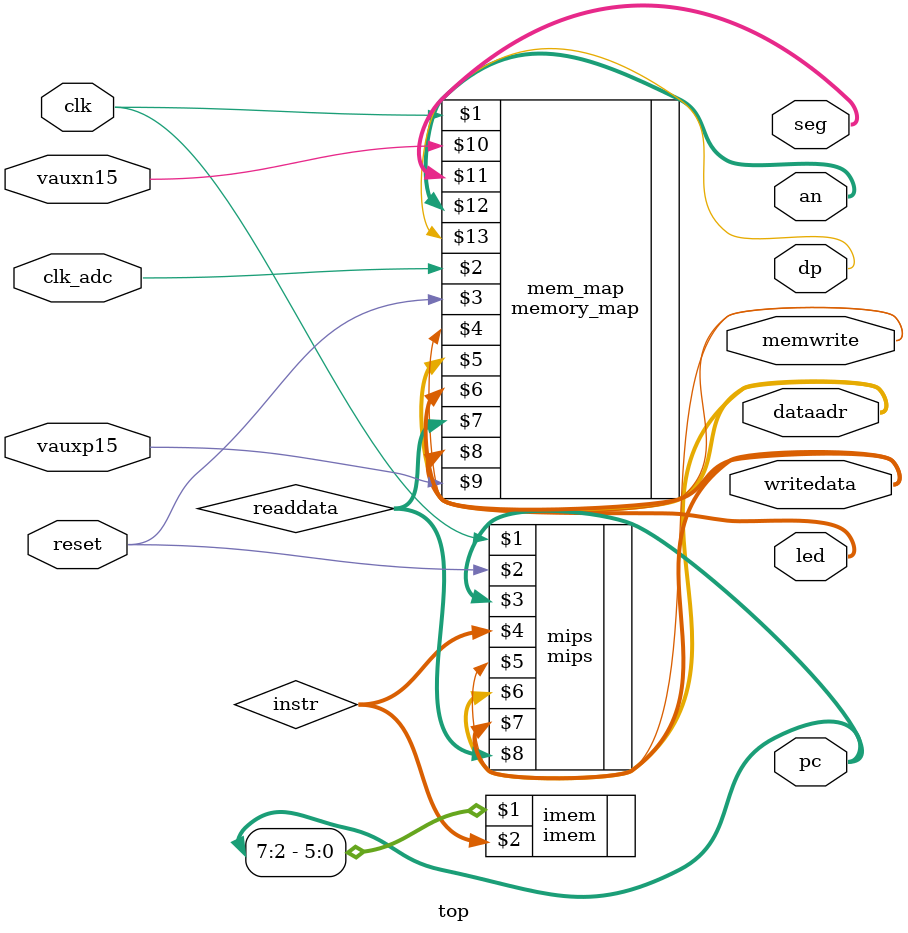
<source format=sv>
module top (
    input logic clk,
    clk_adc,
    reset,
    output logic [31:0] pc,
    writedata,
    output logic [31:0] dataadr,
    output logic memwrite,
    output logic [15:0] led,
    input logic vauxp15,
    input logic vauxn15,
    output logic [6:0] seg,
    output logic [3:0] an,
    output logic dp
    // input logic vp_in,
    // input logic vn_in
);
  logic [31:0] instr, readdata;
  mips mips (
      clk,
      reset,
      pc,
      instr,
      memwrite,
      dataadr,
      writedata,
      readdata
  );
  imem imem (
      pc[7:2],
      instr
  );
  memory_map mem_map (
      clk,
      clk_adc,
      reset,
      memwrite,
      dataadr,
      writedata,
      readdata,
      led,
      vauxp15,
      vauxn15,
      seg,
      an,
      dp
      // vp_in,
      // vn_in
  );
endmodule

</source>
